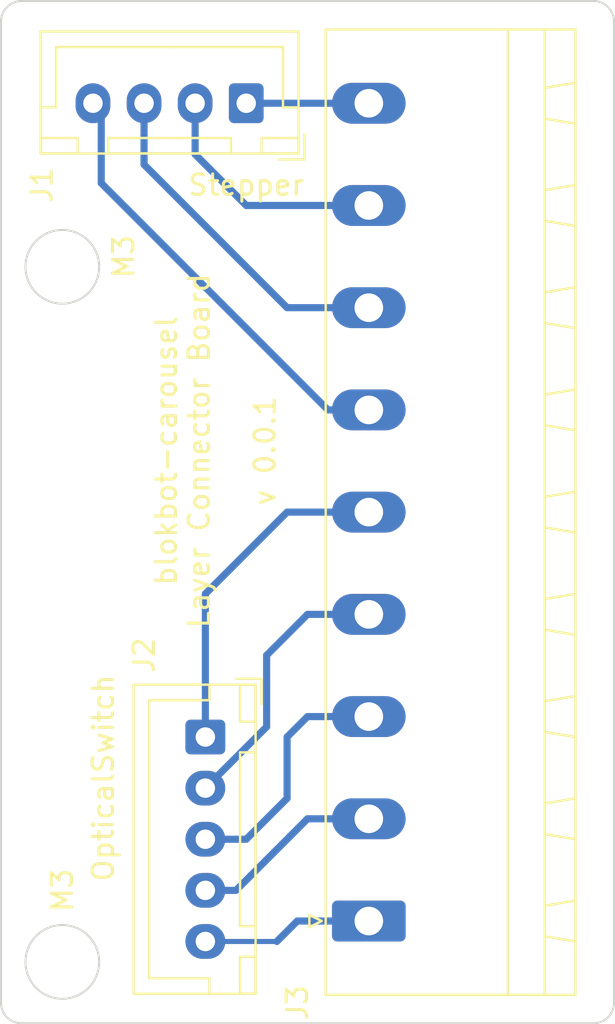
<source format=kicad_pcb>
(kicad_pcb (version 20211014) (generator pcbnew)
  (layers (0 "F.Cu" signal) (31 "B.Cu" signal) (34 "B.Paste" user) (35 "F.Paste" user) (36 "B.SilkS" user "B.Silkscreen") (37 "F.SilkS" user "F.Silkscreen") (38 "B.Mask" user) (39 "F.Mask" user) (44 "Edge.Cuts" user))
  (net 0 "")
  (net 1 "Net-(J1-Pad1)")
  (net 2 "Net-(J1-Pad2)")
  (net 3 "Net-(J1-Pad3)")
  (net 4 "Net-(J1-Pad4)")
  (net 5 "Net-(J2-Pad1)")
  (net 6 "Net-(J2-Pad2)")
  (net 7 "Net-(J2-Pad3)")
  (net 8 "Net-(J2-Pad4)")
  (net 9 "Net-(J2-Pad5)")
  (footprint "Connector_JST:JST_XH_B5B-XH-A_1x05_P2.50mm_Vertical" (layer "F.Cu") (at 135 61 -90)
    (fp_text reference "J2" (at -4 3 90) (layer "F.SilkS"))
    (fp_text value "OpticalSwitch" (at 2 5 90) (layer "F.SilkS"))
    (fp_line (start -2.56 3.51) (end 12.56 3.51) (layer "F.SilkS") (width 0.12))
    (fp_line (start -2.85 -2.75) (end -2.85 -1.5) (layer "F.SilkS") (width 0.12))
    (fp_line (start 11.8 2.75) (end 5 2.75) (layer "F.SilkS") (width 0.12))
    (fp_line (start -2.56 -2.46) (end -2.56 3.51) (layer "F.SilkS") (width 0.12))
    (fp_line (start 9.25 -2.45) (end 0.75 -2.45) (layer "F.SilkS") (width 0.12))
    (fp_line (start 0.75 -2.45) (end 0.75 -1.7) (layer "F.SilkS") (width 0.12))
    (fp_line (start 9.25 -1.7) (end 9.25 -2.45) (layer "F.SilkS") (width 0.12))
    (fp_line (start 12.56 -2.46) (end -2.56 -2.46) (layer "F.SilkS") (width 0.12))
    (fp_line (start -2.55 -1.7) (end -0.75 -1.7) (layer "F.SilkS") (width 0.12))
    (fp_line (start -0.75 -1.7) (end -0.75 -2.45) (layer "F.SilkS") (width 0.12))
    (fp_line (start -2.55 -0.2) (end -1.8 -0.2) (layer "F.SilkS") (width 0.12))
    (fp_line (start -1.6 -2.75) (end -2.85 -2.75) (layer "F.SilkS") (width 0.12))
    (fp_line (start -1.8 -0.2) (end -1.8 2.75) (layer "F.SilkS") (width 0.12))
    (fp_line (start 12.55 -0.2) (end 11.8 -0.2) (layer "F.SilkS") (width 0.12))
    (fp_line (start 10.75 -2.45) (end 10.75 -1.7) (layer "F.SilkS") (width 0.12))
    (fp_line (start 12.55 -1.7) (end 12.55 -2.45) (layer "F.SilkS") (width 0.12))
    (fp_line (start 10.75 -1.7) (end 12.55 -1.7) (layer "F.SilkS") (width 0.12))
    (fp_line (start -0.75 -2.45) (end -2.55 -2.45) (layer "F.SilkS") (width 0.12))
    (fp_line (start -1.8 2.75) (end 5 2.75) (layer "F.SilkS") (width 0.12))
    (fp_line (start 0.75 -1.7) (end 9.25 -1.7) (layer "F.SilkS") (width 0.12))
    (fp_line (start -2.55 -2.45) (end -2.55 -1.7) (layer "F.SilkS") (width 0.12))
    (fp_line (start 11.8 -0.2) (end 11.8 2.75) (layer "F.SilkS") (width 0.12))
    (fp_line (start 12.56 3.51) (end 12.56 -2.46) (layer "F.SilkS") (width 0.12))
    (fp_line (start 12.55 -2.45) (end 10.75 -2.45) (layer "F.SilkS") (width 0.12))
    (pad "1" thru_hole roundrect (at 0 0 270) (size 1.7 1.95) (drill 0.95) (layers *.Cu *.Mask) (roundrect_rratio 0.147059) (net 5 "Net-(J2-Pad1)"))
    (pad "2" thru_hole oval (at 2.5 0 270) (size 1.7 1.95) (drill 0.95) (layers *.Cu *.Mask) (net 6 "Net-(J2-Pad2)"))
    (pad "3" thru_hole oval (at 5 0 270) (size 1.7 1.95) (drill 0.95) (layers *.Cu *.Mask) (net 7 "Net-(J2-Pad3)"))
    (pad "4" thru_hole oval (at 7.5 0 270) (size 1.7 1.95) (drill 0.95) (layers *.Cu *.Mask) (net 8 "Net-(J2-Pad4)"))
    (pad "5" thru_hole oval (at 10 0 270) (size 1.7 1.95) (drill 0.95) (layers *.Cu *.Mask) (net 9 "Net-(J2-Pad5)"))
  )
  (footprint "Connector_JST:JST_XH_B4B-XH-A_1x04_P2.50mm_Vertical" (layer "F.Cu") (at 137 30 180)
    (fp_text reference "J1" (at 10 -4 90) (layer "F.SilkS"))
    (fp_text value "Stepper" (at 0 -4) (layer "F.SilkS"))
    (fp_line (start -2.55 -1.7) (end -0.75 -1.7) (layer "F.SilkS") (width 0.12))
    (fp_line (start 10.05 -2.45) (end 8.25 -2.45) (layer "F.SilkS") (width 0.12))
    (fp_line (start -0.75 -1.7) (end -0.75 -2.45) (layer "F.SilkS") (width 0.12))
    (fp_line (start 8.25 -1.7) (end 10.05 -1.7) (layer "F.SilkS") (width 0.12))
    (fp_line (start 8.25 -2.45) (end 8.25 -1.7) (layer "F.SilkS") (width 0.12))
    (fp_line (start -2.56 3.51) (end 10.06 3.51) (layer "F.SilkS") (width 0.12))
    (fp_line (start 9.3 -0.2) (end 9.3 2.75) (layer "F.SilkS") (width 0.12))
    (fp_line (start 6.75 -2.45) (end 0.75 -2.45) (layer "F.SilkS") (width 0.12))
    (fp_line (start 0.75 -2.45) (end 0.75 -1.7) (layer "F.SilkS") (width 0.12))
    (fp_line (start -0.75 -2.45) (end -2.55 -2.45) (layer "F.SilkS") (width 0.12))
    (fp_line (start 10.06 3.51) (end 10.06 -2.46) (layer "F.SilkS") (width 0.12))
    (fp_line (start 6.75 -1.7) (end 6.75 -2.45) (layer "F.SilkS") (width 0.12))
    (fp_line (start -1.6 -2.75) (end -2.85 -2.75) (layer "F.SilkS") (width 0.12))
    (fp_line (start 0.75 -1.7) (end 6.75 -1.7) (layer "F.SilkS") (width 0.12))
    (fp_line (start -2.55 -0.2) (end -1.8 -0.2) (layer "F.SilkS") (width 0.12))
    (fp_line (start -1.8 2.75) (end 3.75 2.75) (layer "F.SilkS") (width 0.12))
    (fp_line (start 10.05 -0.2) (end 9.3 -0.2) (layer "F.SilkS") (width 0.12))
    (fp_line (start -1.8 -0.2) (end -1.8 2.75) (layer "F.SilkS") (width 0.12))
    (fp_line (start 10.06 -2.46) (end -2.56 -2.46) (layer "F.SilkS") (width 0.12))
    (fp_line (start -2.55 -2.45) (end -2.55 -1.7) (layer "F.SilkS") (width 0.12))
    (fp_line (start -2.85 -2.75) (end -2.85 -1.5) (layer "F.SilkS") (width 0.12))
    (fp_line (start 10.05 -1.7) (end 10.05 -2.45) (layer "F.SilkS") (width 0.12))
    (fp_line (start 9.3 2.75) (end 3.75 2.75) (layer "F.SilkS") (width 0.12))
    (fp_line (start -2.56 -2.46) (end -2.56 3.51) (layer "F.SilkS") (width 0.12))
    (pad "1" thru_hole roundrect (at 0 0 180) (size 1.7 1.95) (drill 0.95) (layers *.Cu *.Mask) (roundrect_rratio 0.147059) (net 1 "Net-(J1-Pad1)"))
    (pad "2" thru_hole oval (at 2.5 0 180) (size 1.7 1.95) (drill 0.95) (layers *.Cu *.Mask) (net 2 "Net-(J1-Pad2)"))
    (pad "3" thru_hole oval (at 5 0 180) (size 1.7 1.95) (drill 0.95) (layers *.Cu *.Mask) (net 3 "Net-(J1-Pad3)"))
    (pad "4" thru_hole oval (at 7.5 0 180) (size 1.7 1.95) (drill 0.95) (layers *.Cu *.Mask) (net 4 "Net-(J1-Pad4)"))
  )
  (footprint "Connector_Phoenix_MSTB:PhoenixContact_MSTBA_2,5_9-G_1x09_P5.00mm_Horizontal" (layer "F.Cu") (at 143 70 90)
    (fp_text reference "J3" (at -4 -3.5 270) (layer "F.SilkS"))
    (fp_text value "Conn_01x09_Female")
    (fp_line (start -3.61 10.11) (end 43.61 10.11) (layer "F.SilkS") (width 0.12))
    (fp_line (start 43.61 -2.11) (end -3.61 -2.11) (layer "F.SilkS") (width 0.12))
    (fp_line (start 25.75 8.61) (end 24.25 8.61) (layer "F.SilkS") (width 0.12))
    (fp_line (start 9 10.11) (end 11 10.11) (layer "F.SilkS") (width 0.12))
    (fp_line (start 24 10.11) (end 26 10.11) (layer "F.SilkS") (width 0.12))
    (fp_line (start 19 10.11) (end 21 10.11) (layer "F.SilkS") (width 0.12))
    (fp_line (start 10.75 8.61) (end 9.25 8.61) (layer "F.SilkS") (width 0.12))
    (fp_line (start -1 10.11) (end 1 10.11) (layer "F.SilkS") (width 0.12))
    (fp_line (start 1 10.11) (end 0.75 8.61) (layer "F.SilkS") (width 0.12))
    (fp_line (start 16 10.11) (end 15.75 8.61) (layer "F.SilkS") (width 0.12))
    (fp_line (start 9.25 8.61) (end 9 10.11) (layer "F.SilkS") (width 0.12))
    (fp_line (start 20.75 8.61) (end 19.25 8.61) (layer "F.SilkS") (width 0.12))
    (fp_line (start -0.3 -2.91) (end 0.3 -2.91) (layer "F.SilkS") (width 0.12))
    (fp_line (start 19.25 8.61) (end 19 10.11) (layer "F.SilkS") (width 0.12))
    (fp_line (start 0 -2.31) (end -0.3 -2.91) (layer "F.SilkS") (width 0.12))
    (fp_line (start -3.61 -2.11) (end -3.61 10.11) (layer "F.SilkS") (width 0.12))
    (fp_line (start 34 10.11) (end 36 10.11) (layer "F.SilkS") (width 0.12))
    (fp_line (start 0.75 8.61) (end -0.75 8.61) (layer "F.SilkS") (width 0.12))
    (fp_line (start 15.75 8.61) (end 14.25 8.61) (layer "F.SilkS") (width 0.12))
    (fp_line (start -0.75 8.61) (end -1 10.11) (layer "F.SilkS") (width 0.12))
    (fp_line (start 43.61 10.11) (end 43.61 -2.11) (layer "F.SilkS") (width 0.12))
    (fp_line (start 14 10.11) (end 16 10.11) (layer "F.SilkS") (width 0.12))
    (fp_line (start 0.3 -2.91) (end 0 -2.31) (layer "F.SilkS") (width 0.12))
    (fp_line (start 6 10.11) (end 5.75 8.61) (layer "F.SilkS") (width 0.12))
    (fp_line (start 4.25 8.61) (end 4 10.11) (layer "F.SilkS") (width 0.12))
    (fp_line (start 31 10.11) (end 30.75 8.61) (layer "F.SilkS") (width 0.12))
    (fp_line (start 41 10.11) (end 40.75 8.61) (layer "F.SilkS") (width 0.12))
    (fp_line (start 35.75 8.61) (end 34.25 8.61) (layer "F.SilkS") (width 0.12))
    (fp_line (start 4 10.11) (end 6 10.11) (layer "F.SilkS") (width 0.12))
    (fp_line (start 29 10.11) (end 31 10.11) (layer "F.SilkS") (width 0.12))
    (fp_line (start 24.25 8.61) (end 24 10.11) (layer "F.SilkS") (width 0.12))
    (fp_line (start 40.75 8.61) (end 39.25 8.61) (layer "F.SilkS") (width 0.12))
    (fp_line (start -3.61 6.81) (end 43.61 6.81) (layer "F.SilkS") (width 0.12))
    (fp_line (start 43.61 8.61) (end -3.61 8.61) (layer "F.SilkS") (width 0.12))
    (fp_line (start 34.25 8.61) (end 34 10.11) (layer "F.SilkS") (width 0.12))
    (fp_line (start 5.75 8.61) (end 4.25 8.61) (layer "F.SilkS") (width 0.12))
    (fp_line (start 36 10.11) (end 35.75 8.61) (layer "F.SilkS") (width 0.12))
    (fp_line (start 43.61 6.81) (end 43.61 8.61) (layer "F.SilkS") (width 0.12))
    (fp_line (start 39.25 8.61) (end 39 10.11) (layer "F.SilkS") (width 0.12))
    (fp_line (start 11 10.11) (end 10.75 8.61) (layer "F.SilkS") (width 0.12))
    (fp_line (start 39 10.11) (end 41 10.11) (layer "F.SilkS") (width 0.12))
    (fp_line (start 29.25 8.61) (end 29 10.11) (layer "F.SilkS") (width 0.12))
    (fp_line (start 21 10.11) (end 20.75 8.61) (layer "F.SilkS") (width 0.12))
    (fp_line (start -3.61 8.61) (end -3.61 6.81) (layer "F.SilkS") (width 0.12))
    (fp_line (start 30.75 8.61) (end 29.25 8.61) (layer "F.SilkS") (width 0.12))
    (fp_line (start 14.25 8.61) (end 14 10.11) (layer "F.SilkS") (width 0.12))
    (fp_line (start 26 10.11) (end 25.75 8.61) (layer "F.SilkS") (width 0.12))
    (pad "1" thru_hole roundrect (at 0 0 90) (size 2 3.6) (drill 1.4) (layers *.Cu *.Mask) (roundrect_rratio 0.125) (net 9 "Net-(J2-Pad5)"))
    (pad "2" thru_hole oval (at 5 0 90) (size 2 3.6) (drill 1.4) (layers *.Cu *.Mask) (net 8 "Net-(J2-Pad4)"))
    (pad "3" thru_hole oval (at 10 0 90) (size 2 3.6) (drill 1.4) (layers *.Cu *.Mask) (net 7 "Net-(J2-Pad3)"))
    (pad "4" thru_hole oval (at 15 0 90) (size 2 3.6) (drill 1.4) (layers *.Cu *.Mask) (net 6 "Net-(J2-Pad2)"))
    (pad "5" thru_hole oval (at 20 0 90) (size 2 3.6) (drill 1.4) (layers *.Cu *.Mask) (net 5 "Net-(J2-Pad1)"))
    (pad "6" thru_hole oval (at 25 0 90) (size 2 3.6) (drill 1.4) (layers *.Cu *.Mask) (net 4 "Net-(J1-Pad4)"))
    (pad "7" thru_hole oval (at 30 0 90) (size 2 3.6) (drill 1.4) (layers *.Cu *.Mask) (net 3 "Net-(J1-Pad3)"))
    (pad "8" thru_hole oval (at 35 0 90) (size 2 3.6) (drill 1.4) (layers *.Cu *.Mask) (net 2 "Net-(J1-Pad2)"))
    (pad "9" thru_hole oval (at 40 0 90) (size 2 3.6) (drill 1.4) (layers *.Cu *.Mask) (net 1 "Net-(J1-Pad1)"))
  )
  (gr_arc (start 126 75) (mid 125.292893 74.707107) (end 125 74) (layer "Edge.Cuts") (width 0.1))
  (gr_arc (start 154 25) (mid 154.707107 25.292893) (end 155 26) (layer "Edge.Cuts") (width 0.1))
  (gr_line (start 154 25) (end 126 25) (layer "Edge.Cuts") (width 0.1))
  (gr_line (start 126 75) (end 154 75) (layer "Edge.Cuts") (width 0.1))
  (gr_circle (center 128 72) (end 129.8034 72) (layer "Edge.Cuts") (width 0.1) (fill none))
  (gr_circle (center 128 38) (end 129.8034 38) (layer "Edge.Cuts") (width 0.1) (fill none))
  (gr_line (start 125 26) (end 125 74) (layer "Edge.Cuts") (width 0.1))
  (gr_arc (start 125 26) (mid 125.292893 25.292893) (end 126 25) (layer "Edge.Cuts") (width 0.1))
  (gr_line (start 155 74) (end 155 26) (layer "Edge.Cuts") (width 0.1))
  (gr_arc (start 155 74) (mid 154.707107 74.707107) (end 154 75) (layer "Edge.Cuts") (width 0.1))
  (gr_text "M3" (at 128 68.5 90) (layer "F.SilkS") (effects (font (size 1 1))))
  (gr_text "M3" (at 131 37.5 90) (layer "F.SilkS") (effects (font (size 1 1))))
  (gr_text "blokbot-carousel\nLayer Connector Board\n\nv 0.0.1" (at 135.5 47 90) (layer "F.SilkS") (effects (font (size 1 1))))
  (segment (start 137 30) (end 143 30) (width 0.35) (layer "B.Cu") (net 1))
  (segment (start 137 35) (end 143 35) (width 0.35) (layer "B.Cu") (net 2))
  (segment (start 134.5 32.5) (end 137 35) (width 0.35) (layer "B.Cu") (net 2))
  (segment (start 134.5 30) (end 134.5 32.5) (width 0.35) (layer "B.Cu") (net 2))
  (segment (start 132 30) (end 132 33) (width 0.35) (layer "B.Cu") (net 3))
  (segment (start 132 33) (end 139 40) (width 0.35) (layer "B.Cu") (net 3))
  (segment (start 139 40) (end 143 40) (width 0.35) (layer "B.Cu") (net 3))
  (segment (start 129.5 30) (end 129.903471 30.403471) (width 0.25) (layer "B.Cu") (net 4))
  (segment (start 129.903471 30.403471) (end 129.903471 33.903471) (width 0.35) (layer "B.Cu") (net 4))
  (segment (start 129.903471 33.903471) (end 141 45) (width 0.35) (layer "B.Cu") (net 4))
  (segment (start 141 45) (end 143 45) (width 0.35) (layer "B.Cu") (net 4))
  (segment (start 135 61) (end 135 54) (width 0.35) (layer "B.Cu") (net 5))
  (segment (start 135 54) (end 139 50) (width 0.35) (layer "B.Cu") (net 5))
  (segment (start 139 50) (end 143 50) (width 0.35) (layer "B.Cu") (net 5))
  (segment (start 135 63.5) (end 138 60.5) (width 0.35) (layer "B.Cu") (net 6))
  (segment (start 140 55) (end 143 55) (width 0.35) (layer "B.Cu") (net 6))
  (segment (start 138 57) (end 140 55) (width 0.35) (layer "B.Cu") (net 6))
  (segment (start 138 60.5) (end 138 57) (width 0.35) (layer "B.Cu") (net 6))
  (segment (start 140 60) (end 143 60) (width 0.35) (layer "B.Cu") (net 7))
  (segment (start 135 66) (end 137 66) (width 0.35) (layer "B.Cu") (net 7))
  (segment (start 139 61) (end 140 60) (width 0.35) (layer "B.Cu") (net 7))
  (segment (start 139 64) (end 139 61) (width 0.35) (layer "B.Cu") (net 7))
  (segment (start 137 66) (end 139 64) (width 0.35) (layer "B.Cu") (net 7))
  (segment (start 135 68.5) (end 136.5 68.5) (width 0.35) (layer "B.Cu") (net 8))
  (segment (start 140 65) (end 143 65) (width 0.35) (layer "B.Cu") (net 8))
  (segment (start 136.5 68.5) (end 140 65) (width 0.35) (layer "B.Cu") (net 8))
  (segment (start 138.5 71) (end 139.5 70) (width 0.35) (layer "B.Cu") (net 9))
  (segment (start 139.5 70) (end 143 70) (width 0.35) (layer "B.Cu") (net 9))
  (segment (start 135 71) (end 138.5 71) (width 0.25) (layer "B.Cu") (net 9))
)
</source>
